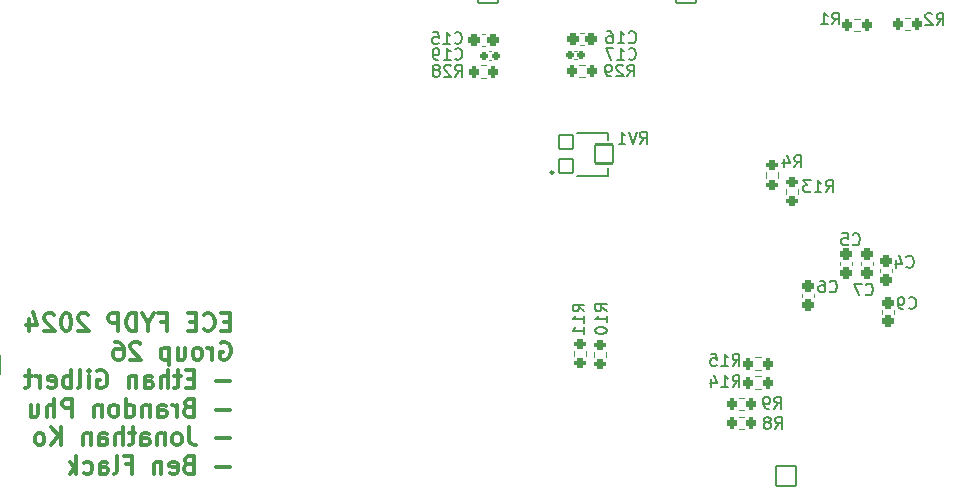
<source format=gbo>
G04 #@! TF.GenerationSoftware,KiCad,Pcbnew,7.0.7*
G04 #@! TF.CreationDate,2023-12-18T21:05:11-05:00*
G04 #@! TF.ProjectId,motor_board_pcb,6d6f746f-725f-4626-9f61-72645f706362,rev?*
G04 #@! TF.SameCoordinates,Original*
G04 #@! TF.FileFunction,Legend,Bot*
G04 #@! TF.FilePolarity,Positive*
%FSLAX46Y46*%
G04 Gerber Fmt 4.6, Leading zero omitted, Abs format (unit mm)*
G04 Created by KiCad (PCBNEW 7.0.7) date 2023-12-18 21:05:11*
%MOMM*%
%LPD*%
G01*
G04 APERTURE LIST*
G04 Aperture macros list*
%AMRoundRect*
0 Rectangle with rounded corners*
0 $1 Rounding radius*
0 $2 $3 $4 $5 $6 $7 $8 $9 X,Y pos of 4 corners*
0 Add a 4 corners polygon primitive as box body*
4,1,4,$2,$3,$4,$5,$6,$7,$8,$9,$2,$3,0*
0 Add four circle primitives for the rounded corners*
1,1,$1+$1,$2,$3*
1,1,$1+$1,$4,$5*
1,1,$1+$1,$6,$7*
1,1,$1+$1,$8,$9*
0 Add four rect primitives between the rounded corners*
20,1,$1+$1,$2,$3,$4,$5,0*
20,1,$1+$1,$4,$5,$6,$7,0*
20,1,$1+$1,$6,$7,$8,$9,0*
20,1,$1+$1,$8,$9,$2,$3,0*%
G04 Aperture macros list end*
%ADD10C,0.300000*%
%ADD11C,0.160000*%
%ADD12C,0.127000*%
%ADD13C,0.240000*%
%ADD14C,0.120000*%
%ADD15RoundRect,0.050000X0.850000X0.850000X-0.850000X0.850000X-0.850000X-0.850000X0.850000X-0.850000X0*%
%ADD16O,1.800000X1.800000*%
%ADD17C,1.600000*%
%ADD18C,2.100000*%
%ADD19RoundRect,0.050000X-0.850000X0.850000X-0.850000X-0.850000X0.850000X-0.850000X0.850000X0.850000X0*%
%ADD20O,1.000000X2.100000*%
%ADD21RoundRect,0.050000X0.850000X-0.850000X0.850000X0.850000X-0.850000X0.850000X-0.850000X-0.850000X0*%
%ADD22RoundRect,0.102000X-0.600000X-0.600000X0.600000X-0.600000X0.600000X0.600000X-0.600000X0.600000X0*%
%ADD23RoundRect,0.102000X0.750000X-0.800000X0.750000X0.800000X-0.750000X0.800000X-0.750000X-0.800000X0*%
%ADD24RoundRect,0.275000X0.250000X-0.225000X0.250000X0.225000X-0.250000X0.225000X-0.250000X-0.225000X0*%
%ADD25RoundRect,0.250000X0.275000X-0.200000X0.275000X0.200000X-0.275000X0.200000X-0.275000X-0.200000X0*%
%ADD26RoundRect,0.275000X-0.225000X-0.250000X0.225000X-0.250000X0.225000X0.250000X-0.225000X0.250000X0*%
%ADD27RoundRect,0.275000X0.225000X0.250000X-0.225000X0.250000X-0.225000X-0.250000X0.225000X-0.250000X0*%
%ADD28RoundRect,0.190000X-0.140000X-0.170000X0.140000X-0.170000X0.140000X0.170000X-0.140000X0.170000X0*%
%ADD29RoundRect,0.250000X0.200000X0.275000X-0.200000X0.275000X-0.200000X-0.275000X0.200000X-0.275000X0*%
%ADD30RoundRect,0.250000X-0.200000X-0.275000X0.200000X-0.275000X0.200000X0.275000X-0.200000X0.275000X0*%
%ADD31RoundRect,0.275000X-0.250000X0.225000X-0.250000X-0.225000X0.250000X-0.225000X0.250000X0.225000X0*%
%ADD32RoundRect,0.190000X0.140000X0.170000X-0.140000X0.170000X-0.140000X-0.170000X0.140000X-0.170000X0*%
G04 APERTURE END LIST*
D10*
X115575489Y-87930114D02*
X115075489Y-87930114D01*
X114861203Y-88715828D02*
X115575489Y-88715828D01*
X115575489Y-88715828D02*
X115575489Y-87215828D01*
X115575489Y-87215828D02*
X114861203Y-87215828D01*
X113361203Y-88572971D02*
X113432631Y-88644400D01*
X113432631Y-88644400D02*
X113646917Y-88715828D01*
X113646917Y-88715828D02*
X113789774Y-88715828D01*
X113789774Y-88715828D02*
X114004060Y-88644400D01*
X114004060Y-88644400D02*
X114146917Y-88501542D01*
X114146917Y-88501542D02*
X114218346Y-88358685D01*
X114218346Y-88358685D02*
X114289774Y-88072971D01*
X114289774Y-88072971D02*
X114289774Y-87858685D01*
X114289774Y-87858685D02*
X114218346Y-87572971D01*
X114218346Y-87572971D02*
X114146917Y-87430114D01*
X114146917Y-87430114D02*
X114004060Y-87287257D01*
X114004060Y-87287257D02*
X113789774Y-87215828D01*
X113789774Y-87215828D02*
X113646917Y-87215828D01*
X113646917Y-87215828D02*
X113432631Y-87287257D01*
X113432631Y-87287257D02*
X113361203Y-87358685D01*
X112718346Y-87930114D02*
X112218346Y-87930114D01*
X112004060Y-88715828D02*
X112718346Y-88715828D01*
X112718346Y-88715828D02*
X112718346Y-87215828D01*
X112718346Y-87215828D02*
X112004060Y-87215828D01*
X109718346Y-87930114D02*
X110218346Y-87930114D01*
X110218346Y-88715828D02*
X110218346Y-87215828D01*
X110218346Y-87215828D02*
X109504060Y-87215828D01*
X108646917Y-88001542D02*
X108646917Y-88715828D01*
X109146917Y-87215828D02*
X108646917Y-88001542D01*
X108646917Y-88001542D02*
X108146917Y-87215828D01*
X107646918Y-88715828D02*
X107646918Y-87215828D01*
X107646918Y-87215828D02*
X107289775Y-87215828D01*
X107289775Y-87215828D02*
X107075489Y-87287257D01*
X107075489Y-87287257D02*
X106932632Y-87430114D01*
X106932632Y-87430114D02*
X106861203Y-87572971D01*
X106861203Y-87572971D02*
X106789775Y-87858685D01*
X106789775Y-87858685D02*
X106789775Y-88072971D01*
X106789775Y-88072971D02*
X106861203Y-88358685D01*
X106861203Y-88358685D02*
X106932632Y-88501542D01*
X106932632Y-88501542D02*
X107075489Y-88644400D01*
X107075489Y-88644400D02*
X107289775Y-88715828D01*
X107289775Y-88715828D02*
X107646918Y-88715828D01*
X106146918Y-88715828D02*
X106146918Y-87215828D01*
X106146918Y-87215828D02*
X105575489Y-87215828D01*
X105575489Y-87215828D02*
X105432632Y-87287257D01*
X105432632Y-87287257D02*
X105361203Y-87358685D01*
X105361203Y-87358685D02*
X105289775Y-87501542D01*
X105289775Y-87501542D02*
X105289775Y-87715828D01*
X105289775Y-87715828D02*
X105361203Y-87858685D01*
X105361203Y-87858685D02*
X105432632Y-87930114D01*
X105432632Y-87930114D02*
X105575489Y-88001542D01*
X105575489Y-88001542D02*
X106146918Y-88001542D01*
X103575489Y-87358685D02*
X103504061Y-87287257D01*
X103504061Y-87287257D02*
X103361204Y-87215828D01*
X103361204Y-87215828D02*
X103004061Y-87215828D01*
X103004061Y-87215828D02*
X102861204Y-87287257D01*
X102861204Y-87287257D02*
X102789775Y-87358685D01*
X102789775Y-87358685D02*
X102718346Y-87501542D01*
X102718346Y-87501542D02*
X102718346Y-87644400D01*
X102718346Y-87644400D02*
X102789775Y-87858685D01*
X102789775Y-87858685D02*
X103646918Y-88715828D01*
X103646918Y-88715828D02*
X102718346Y-88715828D01*
X101789775Y-87215828D02*
X101646918Y-87215828D01*
X101646918Y-87215828D02*
X101504061Y-87287257D01*
X101504061Y-87287257D02*
X101432633Y-87358685D01*
X101432633Y-87358685D02*
X101361204Y-87501542D01*
X101361204Y-87501542D02*
X101289775Y-87787257D01*
X101289775Y-87787257D02*
X101289775Y-88144400D01*
X101289775Y-88144400D02*
X101361204Y-88430114D01*
X101361204Y-88430114D02*
X101432633Y-88572971D01*
X101432633Y-88572971D02*
X101504061Y-88644400D01*
X101504061Y-88644400D02*
X101646918Y-88715828D01*
X101646918Y-88715828D02*
X101789775Y-88715828D01*
X101789775Y-88715828D02*
X101932633Y-88644400D01*
X101932633Y-88644400D02*
X102004061Y-88572971D01*
X102004061Y-88572971D02*
X102075490Y-88430114D01*
X102075490Y-88430114D02*
X102146918Y-88144400D01*
X102146918Y-88144400D02*
X102146918Y-87787257D01*
X102146918Y-87787257D02*
X102075490Y-87501542D01*
X102075490Y-87501542D02*
X102004061Y-87358685D01*
X102004061Y-87358685D02*
X101932633Y-87287257D01*
X101932633Y-87287257D02*
X101789775Y-87215828D01*
X100718347Y-87358685D02*
X100646919Y-87287257D01*
X100646919Y-87287257D02*
X100504062Y-87215828D01*
X100504062Y-87215828D02*
X100146919Y-87215828D01*
X100146919Y-87215828D02*
X100004062Y-87287257D01*
X100004062Y-87287257D02*
X99932633Y-87358685D01*
X99932633Y-87358685D02*
X99861204Y-87501542D01*
X99861204Y-87501542D02*
X99861204Y-87644400D01*
X99861204Y-87644400D02*
X99932633Y-87858685D01*
X99932633Y-87858685D02*
X100789776Y-88715828D01*
X100789776Y-88715828D02*
X99861204Y-88715828D01*
X98575491Y-87715828D02*
X98575491Y-88715828D01*
X98932633Y-87144400D02*
X99289776Y-88215828D01*
X99289776Y-88215828D02*
X98361205Y-88215828D01*
X114789774Y-89702257D02*
X114932632Y-89630828D01*
X114932632Y-89630828D02*
X115146917Y-89630828D01*
X115146917Y-89630828D02*
X115361203Y-89702257D01*
X115361203Y-89702257D02*
X115504060Y-89845114D01*
X115504060Y-89845114D02*
X115575489Y-89987971D01*
X115575489Y-89987971D02*
X115646917Y-90273685D01*
X115646917Y-90273685D02*
X115646917Y-90487971D01*
X115646917Y-90487971D02*
X115575489Y-90773685D01*
X115575489Y-90773685D02*
X115504060Y-90916542D01*
X115504060Y-90916542D02*
X115361203Y-91059400D01*
X115361203Y-91059400D02*
X115146917Y-91130828D01*
X115146917Y-91130828D02*
X115004060Y-91130828D01*
X115004060Y-91130828D02*
X114789774Y-91059400D01*
X114789774Y-91059400D02*
X114718346Y-90987971D01*
X114718346Y-90987971D02*
X114718346Y-90487971D01*
X114718346Y-90487971D02*
X115004060Y-90487971D01*
X114075489Y-91130828D02*
X114075489Y-90130828D01*
X114075489Y-90416542D02*
X114004060Y-90273685D01*
X114004060Y-90273685D02*
X113932632Y-90202257D01*
X113932632Y-90202257D02*
X113789774Y-90130828D01*
X113789774Y-90130828D02*
X113646917Y-90130828D01*
X112932632Y-91130828D02*
X113075489Y-91059400D01*
X113075489Y-91059400D02*
X113146918Y-90987971D01*
X113146918Y-90987971D02*
X113218346Y-90845114D01*
X113218346Y-90845114D02*
X113218346Y-90416542D01*
X113218346Y-90416542D02*
X113146918Y-90273685D01*
X113146918Y-90273685D02*
X113075489Y-90202257D01*
X113075489Y-90202257D02*
X112932632Y-90130828D01*
X112932632Y-90130828D02*
X112718346Y-90130828D01*
X112718346Y-90130828D02*
X112575489Y-90202257D01*
X112575489Y-90202257D02*
X112504061Y-90273685D01*
X112504061Y-90273685D02*
X112432632Y-90416542D01*
X112432632Y-90416542D02*
X112432632Y-90845114D01*
X112432632Y-90845114D02*
X112504061Y-90987971D01*
X112504061Y-90987971D02*
X112575489Y-91059400D01*
X112575489Y-91059400D02*
X112718346Y-91130828D01*
X112718346Y-91130828D02*
X112932632Y-91130828D01*
X111146918Y-90130828D02*
X111146918Y-91130828D01*
X111789775Y-90130828D02*
X111789775Y-90916542D01*
X111789775Y-90916542D02*
X111718346Y-91059400D01*
X111718346Y-91059400D02*
X111575489Y-91130828D01*
X111575489Y-91130828D02*
X111361203Y-91130828D01*
X111361203Y-91130828D02*
X111218346Y-91059400D01*
X111218346Y-91059400D02*
X111146918Y-90987971D01*
X110432632Y-90130828D02*
X110432632Y-91630828D01*
X110432632Y-90202257D02*
X110289775Y-90130828D01*
X110289775Y-90130828D02*
X110004060Y-90130828D01*
X110004060Y-90130828D02*
X109861203Y-90202257D01*
X109861203Y-90202257D02*
X109789775Y-90273685D01*
X109789775Y-90273685D02*
X109718346Y-90416542D01*
X109718346Y-90416542D02*
X109718346Y-90845114D01*
X109718346Y-90845114D02*
X109789775Y-90987971D01*
X109789775Y-90987971D02*
X109861203Y-91059400D01*
X109861203Y-91059400D02*
X110004060Y-91130828D01*
X110004060Y-91130828D02*
X110289775Y-91130828D01*
X110289775Y-91130828D02*
X110432632Y-91059400D01*
X108004060Y-89773685D02*
X107932632Y-89702257D01*
X107932632Y-89702257D02*
X107789775Y-89630828D01*
X107789775Y-89630828D02*
X107432632Y-89630828D01*
X107432632Y-89630828D02*
X107289775Y-89702257D01*
X107289775Y-89702257D02*
X107218346Y-89773685D01*
X107218346Y-89773685D02*
X107146917Y-89916542D01*
X107146917Y-89916542D02*
X107146917Y-90059400D01*
X107146917Y-90059400D02*
X107218346Y-90273685D01*
X107218346Y-90273685D02*
X108075489Y-91130828D01*
X108075489Y-91130828D02*
X107146917Y-91130828D01*
X105861204Y-89630828D02*
X106146918Y-89630828D01*
X106146918Y-89630828D02*
X106289775Y-89702257D01*
X106289775Y-89702257D02*
X106361204Y-89773685D01*
X106361204Y-89773685D02*
X106504061Y-89987971D01*
X106504061Y-89987971D02*
X106575489Y-90273685D01*
X106575489Y-90273685D02*
X106575489Y-90845114D01*
X106575489Y-90845114D02*
X106504061Y-90987971D01*
X106504061Y-90987971D02*
X106432632Y-91059400D01*
X106432632Y-91059400D02*
X106289775Y-91130828D01*
X106289775Y-91130828D02*
X106004061Y-91130828D01*
X106004061Y-91130828D02*
X105861204Y-91059400D01*
X105861204Y-91059400D02*
X105789775Y-90987971D01*
X105789775Y-90987971D02*
X105718346Y-90845114D01*
X105718346Y-90845114D02*
X105718346Y-90487971D01*
X105718346Y-90487971D02*
X105789775Y-90345114D01*
X105789775Y-90345114D02*
X105861204Y-90273685D01*
X105861204Y-90273685D02*
X106004061Y-90202257D01*
X106004061Y-90202257D02*
X106289775Y-90202257D01*
X106289775Y-90202257D02*
X106432632Y-90273685D01*
X106432632Y-90273685D02*
X106504061Y-90345114D01*
X106504061Y-90345114D02*
X106575489Y-90487971D01*
X115575489Y-92974400D02*
X114432632Y-92974400D01*
X112575489Y-92760114D02*
X112075489Y-92760114D01*
X111861203Y-93545828D02*
X112575489Y-93545828D01*
X112575489Y-93545828D02*
X112575489Y-92045828D01*
X112575489Y-92045828D02*
X111861203Y-92045828D01*
X111432631Y-92545828D02*
X110861203Y-92545828D01*
X111218346Y-92045828D02*
X111218346Y-93331542D01*
X111218346Y-93331542D02*
X111146917Y-93474400D01*
X111146917Y-93474400D02*
X111004060Y-93545828D01*
X111004060Y-93545828D02*
X110861203Y-93545828D01*
X110361203Y-93545828D02*
X110361203Y-92045828D01*
X109718346Y-93545828D02*
X109718346Y-92760114D01*
X109718346Y-92760114D02*
X109789774Y-92617257D01*
X109789774Y-92617257D02*
X109932631Y-92545828D01*
X109932631Y-92545828D02*
X110146917Y-92545828D01*
X110146917Y-92545828D02*
X110289774Y-92617257D01*
X110289774Y-92617257D02*
X110361203Y-92688685D01*
X108361203Y-93545828D02*
X108361203Y-92760114D01*
X108361203Y-92760114D02*
X108432631Y-92617257D01*
X108432631Y-92617257D02*
X108575488Y-92545828D01*
X108575488Y-92545828D02*
X108861203Y-92545828D01*
X108861203Y-92545828D02*
X109004060Y-92617257D01*
X108361203Y-93474400D02*
X108504060Y-93545828D01*
X108504060Y-93545828D02*
X108861203Y-93545828D01*
X108861203Y-93545828D02*
X109004060Y-93474400D01*
X109004060Y-93474400D02*
X109075488Y-93331542D01*
X109075488Y-93331542D02*
X109075488Y-93188685D01*
X109075488Y-93188685D02*
X109004060Y-93045828D01*
X109004060Y-93045828D02*
X108861203Y-92974400D01*
X108861203Y-92974400D02*
X108504060Y-92974400D01*
X108504060Y-92974400D02*
X108361203Y-92902971D01*
X107646917Y-92545828D02*
X107646917Y-93545828D01*
X107646917Y-92688685D02*
X107575488Y-92617257D01*
X107575488Y-92617257D02*
X107432631Y-92545828D01*
X107432631Y-92545828D02*
X107218345Y-92545828D01*
X107218345Y-92545828D02*
X107075488Y-92617257D01*
X107075488Y-92617257D02*
X107004060Y-92760114D01*
X107004060Y-92760114D02*
X107004060Y-93545828D01*
X104361202Y-92117257D02*
X104504060Y-92045828D01*
X104504060Y-92045828D02*
X104718345Y-92045828D01*
X104718345Y-92045828D02*
X104932631Y-92117257D01*
X104932631Y-92117257D02*
X105075488Y-92260114D01*
X105075488Y-92260114D02*
X105146917Y-92402971D01*
X105146917Y-92402971D02*
X105218345Y-92688685D01*
X105218345Y-92688685D02*
X105218345Y-92902971D01*
X105218345Y-92902971D02*
X105146917Y-93188685D01*
X105146917Y-93188685D02*
X105075488Y-93331542D01*
X105075488Y-93331542D02*
X104932631Y-93474400D01*
X104932631Y-93474400D02*
X104718345Y-93545828D01*
X104718345Y-93545828D02*
X104575488Y-93545828D01*
X104575488Y-93545828D02*
X104361202Y-93474400D01*
X104361202Y-93474400D02*
X104289774Y-93402971D01*
X104289774Y-93402971D02*
X104289774Y-92902971D01*
X104289774Y-92902971D02*
X104575488Y-92902971D01*
X103646917Y-93545828D02*
X103646917Y-92545828D01*
X103646917Y-92045828D02*
X103718345Y-92117257D01*
X103718345Y-92117257D02*
X103646917Y-92188685D01*
X103646917Y-92188685D02*
X103575488Y-92117257D01*
X103575488Y-92117257D02*
X103646917Y-92045828D01*
X103646917Y-92045828D02*
X103646917Y-92188685D01*
X102718345Y-93545828D02*
X102861202Y-93474400D01*
X102861202Y-93474400D02*
X102932631Y-93331542D01*
X102932631Y-93331542D02*
X102932631Y-92045828D01*
X102146917Y-93545828D02*
X102146917Y-92045828D01*
X102146917Y-92617257D02*
X102004060Y-92545828D01*
X102004060Y-92545828D02*
X101718345Y-92545828D01*
X101718345Y-92545828D02*
X101575488Y-92617257D01*
X101575488Y-92617257D02*
X101504060Y-92688685D01*
X101504060Y-92688685D02*
X101432631Y-92831542D01*
X101432631Y-92831542D02*
X101432631Y-93260114D01*
X101432631Y-93260114D02*
X101504060Y-93402971D01*
X101504060Y-93402971D02*
X101575488Y-93474400D01*
X101575488Y-93474400D02*
X101718345Y-93545828D01*
X101718345Y-93545828D02*
X102004060Y-93545828D01*
X102004060Y-93545828D02*
X102146917Y-93474400D01*
X100218345Y-93474400D02*
X100361202Y-93545828D01*
X100361202Y-93545828D02*
X100646917Y-93545828D01*
X100646917Y-93545828D02*
X100789774Y-93474400D01*
X100789774Y-93474400D02*
X100861202Y-93331542D01*
X100861202Y-93331542D02*
X100861202Y-92760114D01*
X100861202Y-92760114D02*
X100789774Y-92617257D01*
X100789774Y-92617257D02*
X100646917Y-92545828D01*
X100646917Y-92545828D02*
X100361202Y-92545828D01*
X100361202Y-92545828D02*
X100218345Y-92617257D01*
X100218345Y-92617257D02*
X100146917Y-92760114D01*
X100146917Y-92760114D02*
X100146917Y-92902971D01*
X100146917Y-92902971D02*
X100861202Y-93045828D01*
X99504060Y-93545828D02*
X99504060Y-92545828D01*
X99504060Y-92831542D02*
X99432631Y-92688685D01*
X99432631Y-92688685D02*
X99361203Y-92617257D01*
X99361203Y-92617257D02*
X99218345Y-92545828D01*
X99218345Y-92545828D02*
X99075488Y-92545828D01*
X98789774Y-92545828D02*
X98218346Y-92545828D01*
X98575489Y-92045828D02*
X98575489Y-93331542D01*
X98575489Y-93331542D02*
X98504060Y-93474400D01*
X98504060Y-93474400D02*
X98361203Y-93545828D01*
X98361203Y-93545828D02*
X98218346Y-93545828D01*
X115575489Y-95389400D02*
X114432632Y-95389400D01*
X112075489Y-95175114D02*
X111861203Y-95246542D01*
X111861203Y-95246542D02*
X111789774Y-95317971D01*
X111789774Y-95317971D02*
X111718346Y-95460828D01*
X111718346Y-95460828D02*
X111718346Y-95675114D01*
X111718346Y-95675114D02*
X111789774Y-95817971D01*
X111789774Y-95817971D02*
X111861203Y-95889400D01*
X111861203Y-95889400D02*
X112004060Y-95960828D01*
X112004060Y-95960828D02*
X112575489Y-95960828D01*
X112575489Y-95960828D02*
X112575489Y-94460828D01*
X112575489Y-94460828D02*
X112075489Y-94460828D01*
X112075489Y-94460828D02*
X111932632Y-94532257D01*
X111932632Y-94532257D02*
X111861203Y-94603685D01*
X111861203Y-94603685D02*
X111789774Y-94746542D01*
X111789774Y-94746542D02*
X111789774Y-94889400D01*
X111789774Y-94889400D02*
X111861203Y-95032257D01*
X111861203Y-95032257D02*
X111932632Y-95103685D01*
X111932632Y-95103685D02*
X112075489Y-95175114D01*
X112075489Y-95175114D02*
X112575489Y-95175114D01*
X111075489Y-95960828D02*
X111075489Y-94960828D01*
X111075489Y-95246542D02*
X111004060Y-95103685D01*
X111004060Y-95103685D02*
X110932632Y-95032257D01*
X110932632Y-95032257D02*
X110789774Y-94960828D01*
X110789774Y-94960828D02*
X110646917Y-94960828D01*
X109504061Y-95960828D02*
X109504061Y-95175114D01*
X109504061Y-95175114D02*
X109575489Y-95032257D01*
X109575489Y-95032257D02*
X109718346Y-94960828D01*
X109718346Y-94960828D02*
X110004061Y-94960828D01*
X110004061Y-94960828D02*
X110146918Y-95032257D01*
X109504061Y-95889400D02*
X109646918Y-95960828D01*
X109646918Y-95960828D02*
X110004061Y-95960828D01*
X110004061Y-95960828D02*
X110146918Y-95889400D01*
X110146918Y-95889400D02*
X110218346Y-95746542D01*
X110218346Y-95746542D02*
X110218346Y-95603685D01*
X110218346Y-95603685D02*
X110146918Y-95460828D01*
X110146918Y-95460828D02*
X110004061Y-95389400D01*
X110004061Y-95389400D02*
X109646918Y-95389400D01*
X109646918Y-95389400D02*
X109504061Y-95317971D01*
X108789775Y-94960828D02*
X108789775Y-95960828D01*
X108789775Y-95103685D02*
X108718346Y-95032257D01*
X108718346Y-95032257D02*
X108575489Y-94960828D01*
X108575489Y-94960828D02*
X108361203Y-94960828D01*
X108361203Y-94960828D02*
X108218346Y-95032257D01*
X108218346Y-95032257D02*
X108146918Y-95175114D01*
X108146918Y-95175114D02*
X108146918Y-95960828D01*
X106789775Y-95960828D02*
X106789775Y-94460828D01*
X106789775Y-95889400D02*
X106932632Y-95960828D01*
X106932632Y-95960828D02*
X107218346Y-95960828D01*
X107218346Y-95960828D02*
X107361203Y-95889400D01*
X107361203Y-95889400D02*
X107432632Y-95817971D01*
X107432632Y-95817971D02*
X107504060Y-95675114D01*
X107504060Y-95675114D02*
X107504060Y-95246542D01*
X107504060Y-95246542D02*
X107432632Y-95103685D01*
X107432632Y-95103685D02*
X107361203Y-95032257D01*
X107361203Y-95032257D02*
X107218346Y-94960828D01*
X107218346Y-94960828D02*
X106932632Y-94960828D01*
X106932632Y-94960828D02*
X106789775Y-95032257D01*
X105861203Y-95960828D02*
X106004060Y-95889400D01*
X106004060Y-95889400D02*
X106075489Y-95817971D01*
X106075489Y-95817971D02*
X106146917Y-95675114D01*
X106146917Y-95675114D02*
X106146917Y-95246542D01*
X106146917Y-95246542D02*
X106075489Y-95103685D01*
X106075489Y-95103685D02*
X106004060Y-95032257D01*
X106004060Y-95032257D02*
X105861203Y-94960828D01*
X105861203Y-94960828D02*
X105646917Y-94960828D01*
X105646917Y-94960828D02*
X105504060Y-95032257D01*
X105504060Y-95032257D02*
X105432632Y-95103685D01*
X105432632Y-95103685D02*
X105361203Y-95246542D01*
X105361203Y-95246542D02*
X105361203Y-95675114D01*
X105361203Y-95675114D02*
X105432632Y-95817971D01*
X105432632Y-95817971D02*
X105504060Y-95889400D01*
X105504060Y-95889400D02*
X105646917Y-95960828D01*
X105646917Y-95960828D02*
X105861203Y-95960828D01*
X104718346Y-94960828D02*
X104718346Y-95960828D01*
X104718346Y-95103685D02*
X104646917Y-95032257D01*
X104646917Y-95032257D02*
X104504060Y-94960828D01*
X104504060Y-94960828D02*
X104289774Y-94960828D01*
X104289774Y-94960828D02*
X104146917Y-95032257D01*
X104146917Y-95032257D02*
X104075489Y-95175114D01*
X104075489Y-95175114D02*
X104075489Y-95960828D01*
X102218346Y-95960828D02*
X102218346Y-94460828D01*
X102218346Y-94460828D02*
X101646917Y-94460828D01*
X101646917Y-94460828D02*
X101504060Y-94532257D01*
X101504060Y-94532257D02*
X101432631Y-94603685D01*
X101432631Y-94603685D02*
X101361203Y-94746542D01*
X101361203Y-94746542D02*
X101361203Y-94960828D01*
X101361203Y-94960828D02*
X101432631Y-95103685D01*
X101432631Y-95103685D02*
X101504060Y-95175114D01*
X101504060Y-95175114D02*
X101646917Y-95246542D01*
X101646917Y-95246542D02*
X102218346Y-95246542D01*
X100718346Y-95960828D02*
X100718346Y-94460828D01*
X100075489Y-95960828D02*
X100075489Y-95175114D01*
X100075489Y-95175114D02*
X100146917Y-95032257D01*
X100146917Y-95032257D02*
X100289774Y-94960828D01*
X100289774Y-94960828D02*
X100504060Y-94960828D01*
X100504060Y-94960828D02*
X100646917Y-95032257D01*
X100646917Y-95032257D02*
X100718346Y-95103685D01*
X98718346Y-94960828D02*
X98718346Y-95960828D01*
X99361203Y-94960828D02*
X99361203Y-95746542D01*
X99361203Y-95746542D02*
X99289774Y-95889400D01*
X99289774Y-95889400D02*
X99146917Y-95960828D01*
X99146917Y-95960828D02*
X98932631Y-95960828D01*
X98932631Y-95960828D02*
X98789774Y-95889400D01*
X98789774Y-95889400D02*
X98718346Y-95817971D01*
X115575489Y-97804400D02*
X114432632Y-97804400D01*
X112146917Y-96875828D02*
X112146917Y-97947257D01*
X112146917Y-97947257D02*
X112218346Y-98161542D01*
X112218346Y-98161542D02*
X112361203Y-98304400D01*
X112361203Y-98304400D02*
X112575489Y-98375828D01*
X112575489Y-98375828D02*
X112718346Y-98375828D01*
X111218346Y-98375828D02*
X111361203Y-98304400D01*
X111361203Y-98304400D02*
X111432632Y-98232971D01*
X111432632Y-98232971D02*
X111504060Y-98090114D01*
X111504060Y-98090114D02*
X111504060Y-97661542D01*
X111504060Y-97661542D02*
X111432632Y-97518685D01*
X111432632Y-97518685D02*
X111361203Y-97447257D01*
X111361203Y-97447257D02*
X111218346Y-97375828D01*
X111218346Y-97375828D02*
X111004060Y-97375828D01*
X111004060Y-97375828D02*
X110861203Y-97447257D01*
X110861203Y-97447257D02*
X110789775Y-97518685D01*
X110789775Y-97518685D02*
X110718346Y-97661542D01*
X110718346Y-97661542D02*
X110718346Y-98090114D01*
X110718346Y-98090114D02*
X110789775Y-98232971D01*
X110789775Y-98232971D02*
X110861203Y-98304400D01*
X110861203Y-98304400D02*
X111004060Y-98375828D01*
X111004060Y-98375828D02*
X111218346Y-98375828D01*
X110075489Y-97375828D02*
X110075489Y-98375828D01*
X110075489Y-97518685D02*
X110004060Y-97447257D01*
X110004060Y-97447257D02*
X109861203Y-97375828D01*
X109861203Y-97375828D02*
X109646917Y-97375828D01*
X109646917Y-97375828D02*
X109504060Y-97447257D01*
X109504060Y-97447257D02*
X109432632Y-97590114D01*
X109432632Y-97590114D02*
X109432632Y-98375828D01*
X108075489Y-98375828D02*
X108075489Y-97590114D01*
X108075489Y-97590114D02*
X108146917Y-97447257D01*
X108146917Y-97447257D02*
X108289774Y-97375828D01*
X108289774Y-97375828D02*
X108575489Y-97375828D01*
X108575489Y-97375828D02*
X108718346Y-97447257D01*
X108075489Y-98304400D02*
X108218346Y-98375828D01*
X108218346Y-98375828D02*
X108575489Y-98375828D01*
X108575489Y-98375828D02*
X108718346Y-98304400D01*
X108718346Y-98304400D02*
X108789774Y-98161542D01*
X108789774Y-98161542D02*
X108789774Y-98018685D01*
X108789774Y-98018685D02*
X108718346Y-97875828D01*
X108718346Y-97875828D02*
X108575489Y-97804400D01*
X108575489Y-97804400D02*
X108218346Y-97804400D01*
X108218346Y-97804400D02*
X108075489Y-97732971D01*
X107575488Y-97375828D02*
X107004060Y-97375828D01*
X107361203Y-96875828D02*
X107361203Y-98161542D01*
X107361203Y-98161542D02*
X107289774Y-98304400D01*
X107289774Y-98304400D02*
X107146917Y-98375828D01*
X107146917Y-98375828D02*
X107004060Y-98375828D01*
X106504060Y-98375828D02*
X106504060Y-96875828D01*
X105861203Y-98375828D02*
X105861203Y-97590114D01*
X105861203Y-97590114D02*
X105932631Y-97447257D01*
X105932631Y-97447257D02*
X106075488Y-97375828D01*
X106075488Y-97375828D02*
X106289774Y-97375828D01*
X106289774Y-97375828D02*
X106432631Y-97447257D01*
X106432631Y-97447257D02*
X106504060Y-97518685D01*
X104504060Y-98375828D02*
X104504060Y-97590114D01*
X104504060Y-97590114D02*
X104575488Y-97447257D01*
X104575488Y-97447257D02*
X104718345Y-97375828D01*
X104718345Y-97375828D02*
X105004060Y-97375828D01*
X105004060Y-97375828D02*
X105146917Y-97447257D01*
X104504060Y-98304400D02*
X104646917Y-98375828D01*
X104646917Y-98375828D02*
X105004060Y-98375828D01*
X105004060Y-98375828D02*
X105146917Y-98304400D01*
X105146917Y-98304400D02*
X105218345Y-98161542D01*
X105218345Y-98161542D02*
X105218345Y-98018685D01*
X105218345Y-98018685D02*
X105146917Y-97875828D01*
X105146917Y-97875828D02*
X105004060Y-97804400D01*
X105004060Y-97804400D02*
X104646917Y-97804400D01*
X104646917Y-97804400D02*
X104504060Y-97732971D01*
X103789774Y-97375828D02*
X103789774Y-98375828D01*
X103789774Y-97518685D02*
X103718345Y-97447257D01*
X103718345Y-97447257D02*
X103575488Y-97375828D01*
X103575488Y-97375828D02*
X103361202Y-97375828D01*
X103361202Y-97375828D02*
X103218345Y-97447257D01*
X103218345Y-97447257D02*
X103146917Y-97590114D01*
X103146917Y-97590114D02*
X103146917Y-98375828D01*
X101289774Y-98375828D02*
X101289774Y-96875828D01*
X100432631Y-98375828D02*
X101075488Y-97518685D01*
X100432631Y-96875828D02*
X101289774Y-97732971D01*
X99575488Y-98375828D02*
X99718345Y-98304400D01*
X99718345Y-98304400D02*
X99789774Y-98232971D01*
X99789774Y-98232971D02*
X99861202Y-98090114D01*
X99861202Y-98090114D02*
X99861202Y-97661542D01*
X99861202Y-97661542D02*
X99789774Y-97518685D01*
X99789774Y-97518685D02*
X99718345Y-97447257D01*
X99718345Y-97447257D02*
X99575488Y-97375828D01*
X99575488Y-97375828D02*
X99361202Y-97375828D01*
X99361202Y-97375828D02*
X99218345Y-97447257D01*
X99218345Y-97447257D02*
X99146917Y-97518685D01*
X99146917Y-97518685D02*
X99075488Y-97661542D01*
X99075488Y-97661542D02*
X99075488Y-98090114D01*
X99075488Y-98090114D02*
X99146917Y-98232971D01*
X99146917Y-98232971D02*
X99218345Y-98304400D01*
X99218345Y-98304400D02*
X99361202Y-98375828D01*
X99361202Y-98375828D02*
X99575488Y-98375828D01*
X115575489Y-100219400D02*
X114432632Y-100219400D01*
X112075489Y-100005114D02*
X111861203Y-100076542D01*
X111861203Y-100076542D02*
X111789774Y-100147971D01*
X111789774Y-100147971D02*
X111718346Y-100290828D01*
X111718346Y-100290828D02*
X111718346Y-100505114D01*
X111718346Y-100505114D02*
X111789774Y-100647971D01*
X111789774Y-100647971D02*
X111861203Y-100719400D01*
X111861203Y-100719400D02*
X112004060Y-100790828D01*
X112004060Y-100790828D02*
X112575489Y-100790828D01*
X112575489Y-100790828D02*
X112575489Y-99290828D01*
X112575489Y-99290828D02*
X112075489Y-99290828D01*
X112075489Y-99290828D02*
X111932632Y-99362257D01*
X111932632Y-99362257D02*
X111861203Y-99433685D01*
X111861203Y-99433685D02*
X111789774Y-99576542D01*
X111789774Y-99576542D02*
X111789774Y-99719400D01*
X111789774Y-99719400D02*
X111861203Y-99862257D01*
X111861203Y-99862257D02*
X111932632Y-99933685D01*
X111932632Y-99933685D02*
X112075489Y-100005114D01*
X112075489Y-100005114D02*
X112575489Y-100005114D01*
X110504060Y-100719400D02*
X110646917Y-100790828D01*
X110646917Y-100790828D02*
X110932632Y-100790828D01*
X110932632Y-100790828D02*
X111075489Y-100719400D01*
X111075489Y-100719400D02*
X111146917Y-100576542D01*
X111146917Y-100576542D02*
X111146917Y-100005114D01*
X111146917Y-100005114D02*
X111075489Y-99862257D01*
X111075489Y-99862257D02*
X110932632Y-99790828D01*
X110932632Y-99790828D02*
X110646917Y-99790828D01*
X110646917Y-99790828D02*
X110504060Y-99862257D01*
X110504060Y-99862257D02*
X110432632Y-100005114D01*
X110432632Y-100005114D02*
X110432632Y-100147971D01*
X110432632Y-100147971D02*
X111146917Y-100290828D01*
X109789775Y-99790828D02*
X109789775Y-100790828D01*
X109789775Y-99933685D02*
X109718346Y-99862257D01*
X109718346Y-99862257D02*
X109575489Y-99790828D01*
X109575489Y-99790828D02*
X109361203Y-99790828D01*
X109361203Y-99790828D02*
X109218346Y-99862257D01*
X109218346Y-99862257D02*
X109146918Y-100005114D01*
X109146918Y-100005114D02*
X109146918Y-100790828D01*
X106789775Y-100005114D02*
X107289775Y-100005114D01*
X107289775Y-100790828D02*
X107289775Y-99290828D01*
X107289775Y-99290828D02*
X106575489Y-99290828D01*
X105789775Y-100790828D02*
X105932632Y-100719400D01*
X105932632Y-100719400D02*
X106004061Y-100576542D01*
X106004061Y-100576542D02*
X106004061Y-99290828D01*
X104575490Y-100790828D02*
X104575490Y-100005114D01*
X104575490Y-100005114D02*
X104646918Y-99862257D01*
X104646918Y-99862257D02*
X104789775Y-99790828D01*
X104789775Y-99790828D02*
X105075490Y-99790828D01*
X105075490Y-99790828D02*
X105218347Y-99862257D01*
X104575490Y-100719400D02*
X104718347Y-100790828D01*
X104718347Y-100790828D02*
X105075490Y-100790828D01*
X105075490Y-100790828D02*
X105218347Y-100719400D01*
X105218347Y-100719400D02*
X105289775Y-100576542D01*
X105289775Y-100576542D02*
X105289775Y-100433685D01*
X105289775Y-100433685D02*
X105218347Y-100290828D01*
X105218347Y-100290828D02*
X105075490Y-100219400D01*
X105075490Y-100219400D02*
X104718347Y-100219400D01*
X104718347Y-100219400D02*
X104575490Y-100147971D01*
X103218347Y-100719400D02*
X103361204Y-100790828D01*
X103361204Y-100790828D02*
X103646918Y-100790828D01*
X103646918Y-100790828D02*
X103789775Y-100719400D01*
X103789775Y-100719400D02*
X103861204Y-100647971D01*
X103861204Y-100647971D02*
X103932632Y-100505114D01*
X103932632Y-100505114D02*
X103932632Y-100076542D01*
X103932632Y-100076542D02*
X103861204Y-99933685D01*
X103861204Y-99933685D02*
X103789775Y-99862257D01*
X103789775Y-99862257D02*
X103646918Y-99790828D01*
X103646918Y-99790828D02*
X103361204Y-99790828D01*
X103361204Y-99790828D02*
X103218347Y-99862257D01*
X102575490Y-100790828D02*
X102575490Y-99290828D01*
X102432633Y-100219400D02*
X102004061Y-100790828D01*
X102004061Y-99790828D02*
X102575490Y-100362257D01*
D11*
X150295238Y-72854299D02*
X150628571Y-72378108D01*
X150866666Y-72854299D02*
X150866666Y-71854299D01*
X150866666Y-71854299D02*
X150485714Y-71854299D01*
X150485714Y-71854299D02*
X150390476Y-71901918D01*
X150390476Y-71901918D02*
X150342857Y-71949537D01*
X150342857Y-71949537D02*
X150295238Y-72044775D01*
X150295238Y-72044775D02*
X150295238Y-72187632D01*
X150295238Y-72187632D02*
X150342857Y-72282870D01*
X150342857Y-72282870D02*
X150390476Y-72330489D01*
X150390476Y-72330489D02*
X150485714Y-72378108D01*
X150485714Y-72378108D02*
X150866666Y-72378108D01*
X150009523Y-71854299D02*
X149676190Y-72854299D01*
X149676190Y-72854299D02*
X149342857Y-71854299D01*
X148485714Y-72854299D02*
X149057142Y-72854299D01*
X148771428Y-72854299D02*
X148771428Y-71854299D01*
X148771428Y-71854299D02*
X148866666Y-71997156D01*
X148866666Y-71997156D02*
X148961904Y-72092394D01*
X148961904Y-72092394D02*
X149057142Y-72140013D01*
X166366666Y-85359060D02*
X166414285Y-85406680D01*
X166414285Y-85406680D02*
X166557142Y-85454299D01*
X166557142Y-85454299D02*
X166652380Y-85454299D01*
X166652380Y-85454299D02*
X166795237Y-85406680D01*
X166795237Y-85406680D02*
X166890475Y-85311441D01*
X166890475Y-85311441D02*
X166938094Y-85216203D01*
X166938094Y-85216203D02*
X166985713Y-85025727D01*
X166985713Y-85025727D02*
X166985713Y-84882870D01*
X166985713Y-84882870D02*
X166938094Y-84692394D01*
X166938094Y-84692394D02*
X166890475Y-84597156D01*
X166890475Y-84597156D02*
X166795237Y-84501918D01*
X166795237Y-84501918D02*
X166652380Y-84454299D01*
X166652380Y-84454299D02*
X166557142Y-84454299D01*
X166557142Y-84454299D02*
X166414285Y-84501918D01*
X166414285Y-84501918D02*
X166366666Y-84549537D01*
X165509523Y-84454299D02*
X165699999Y-84454299D01*
X165699999Y-84454299D02*
X165795237Y-84501918D01*
X165795237Y-84501918D02*
X165842856Y-84549537D01*
X165842856Y-84549537D02*
X165938094Y-84692394D01*
X165938094Y-84692394D02*
X165985713Y-84882870D01*
X165985713Y-84882870D02*
X165985713Y-85263822D01*
X165985713Y-85263822D02*
X165938094Y-85359060D01*
X165938094Y-85359060D02*
X165890475Y-85406680D01*
X165890475Y-85406680D02*
X165795237Y-85454299D01*
X165795237Y-85454299D02*
X165604761Y-85454299D01*
X165604761Y-85454299D02*
X165509523Y-85406680D01*
X165509523Y-85406680D02*
X165461904Y-85359060D01*
X165461904Y-85359060D02*
X165414285Y-85263822D01*
X165414285Y-85263822D02*
X165414285Y-85025727D01*
X165414285Y-85025727D02*
X165461904Y-84930489D01*
X165461904Y-84930489D02*
X165509523Y-84882870D01*
X165509523Y-84882870D02*
X165604761Y-84835251D01*
X165604761Y-84835251D02*
X165795237Y-84835251D01*
X165795237Y-84835251D02*
X165890475Y-84882870D01*
X165890475Y-84882870D02*
X165938094Y-84930489D01*
X165938094Y-84930489D02*
X165985713Y-85025727D01*
X163366666Y-74854299D02*
X163699999Y-74378108D01*
X163938094Y-74854299D02*
X163938094Y-73854299D01*
X163938094Y-73854299D02*
X163557142Y-73854299D01*
X163557142Y-73854299D02*
X163461904Y-73901918D01*
X163461904Y-73901918D02*
X163414285Y-73949537D01*
X163414285Y-73949537D02*
X163366666Y-74044775D01*
X163366666Y-74044775D02*
X163366666Y-74187632D01*
X163366666Y-74187632D02*
X163414285Y-74282870D01*
X163414285Y-74282870D02*
X163461904Y-74330489D01*
X163461904Y-74330489D02*
X163557142Y-74378108D01*
X163557142Y-74378108D02*
X163938094Y-74378108D01*
X162509523Y-74187632D02*
X162509523Y-74854299D01*
X162747618Y-73806680D02*
X162985713Y-74520965D01*
X162985713Y-74520965D02*
X162366666Y-74520965D01*
X134613288Y-64325563D02*
X134660907Y-64373183D01*
X134660907Y-64373183D02*
X134803764Y-64420802D01*
X134803764Y-64420802D02*
X134899002Y-64420802D01*
X134899002Y-64420802D02*
X135041859Y-64373183D01*
X135041859Y-64373183D02*
X135137097Y-64277944D01*
X135137097Y-64277944D02*
X135184716Y-64182706D01*
X135184716Y-64182706D02*
X135232335Y-63992230D01*
X135232335Y-63992230D02*
X135232335Y-63849373D01*
X135232335Y-63849373D02*
X135184716Y-63658897D01*
X135184716Y-63658897D02*
X135137097Y-63563659D01*
X135137097Y-63563659D02*
X135041859Y-63468421D01*
X135041859Y-63468421D02*
X134899002Y-63420802D01*
X134899002Y-63420802D02*
X134803764Y-63420802D01*
X134803764Y-63420802D02*
X134660907Y-63468421D01*
X134660907Y-63468421D02*
X134613288Y-63516040D01*
X133660907Y-64420802D02*
X134232335Y-64420802D01*
X133946621Y-64420802D02*
X133946621Y-63420802D01*
X133946621Y-63420802D02*
X134041859Y-63563659D01*
X134041859Y-63563659D02*
X134137097Y-63658897D01*
X134137097Y-63658897D02*
X134232335Y-63706516D01*
X132756145Y-63420802D02*
X133232335Y-63420802D01*
X133232335Y-63420802D02*
X133279954Y-63896992D01*
X133279954Y-63896992D02*
X133232335Y-63849373D01*
X133232335Y-63849373D02*
X133137097Y-63801754D01*
X133137097Y-63801754D02*
X132899002Y-63801754D01*
X132899002Y-63801754D02*
X132803764Y-63849373D01*
X132803764Y-63849373D02*
X132756145Y-63896992D01*
X132756145Y-63896992D02*
X132708526Y-63992230D01*
X132708526Y-63992230D02*
X132708526Y-64230325D01*
X132708526Y-64230325D02*
X132756145Y-64325563D01*
X132756145Y-64325563D02*
X132803764Y-64373183D01*
X132803764Y-64373183D02*
X132899002Y-64420802D01*
X132899002Y-64420802D02*
X133137097Y-64420802D01*
X133137097Y-64420802D02*
X133232335Y-64373183D01*
X133232335Y-64373183D02*
X133279954Y-64325563D01*
X149357857Y-64259060D02*
X149405476Y-64306680D01*
X149405476Y-64306680D02*
X149548333Y-64354299D01*
X149548333Y-64354299D02*
X149643571Y-64354299D01*
X149643571Y-64354299D02*
X149786428Y-64306680D01*
X149786428Y-64306680D02*
X149881666Y-64211441D01*
X149881666Y-64211441D02*
X149929285Y-64116203D01*
X149929285Y-64116203D02*
X149976904Y-63925727D01*
X149976904Y-63925727D02*
X149976904Y-63782870D01*
X149976904Y-63782870D02*
X149929285Y-63592394D01*
X149929285Y-63592394D02*
X149881666Y-63497156D01*
X149881666Y-63497156D02*
X149786428Y-63401918D01*
X149786428Y-63401918D02*
X149643571Y-63354299D01*
X149643571Y-63354299D02*
X149548333Y-63354299D01*
X149548333Y-63354299D02*
X149405476Y-63401918D01*
X149405476Y-63401918D02*
X149357857Y-63449537D01*
X148405476Y-64354299D02*
X148976904Y-64354299D01*
X148691190Y-64354299D02*
X148691190Y-63354299D01*
X148691190Y-63354299D02*
X148786428Y-63497156D01*
X148786428Y-63497156D02*
X148881666Y-63592394D01*
X148881666Y-63592394D02*
X148976904Y-63640013D01*
X147548333Y-63354299D02*
X147738809Y-63354299D01*
X147738809Y-63354299D02*
X147834047Y-63401918D01*
X147834047Y-63401918D02*
X147881666Y-63449537D01*
X147881666Y-63449537D02*
X147976904Y-63592394D01*
X147976904Y-63592394D02*
X148024523Y-63782870D01*
X148024523Y-63782870D02*
X148024523Y-64163822D01*
X148024523Y-64163822D02*
X147976904Y-64259060D01*
X147976904Y-64259060D02*
X147929285Y-64306680D01*
X147929285Y-64306680D02*
X147834047Y-64354299D01*
X147834047Y-64354299D02*
X147643571Y-64354299D01*
X147643571Y-64354299D02*
X147548333Y-64306680D01*
X147548333Y-64306680D02*
X147500714Y-64259060D01*
X147500714Y-64259060D02*
X147453095Y-64163822D01*
X147453095Y-64163822D02*
X147453095Y-63925727D01*
X147453095Y-63925727D02*
X147500714Y-63830489D01*
X147500714Y-63830489D02*
X147548333Y-63782870D01*
X147548333Y-63782870D02*
X147643571Y-63735251D01*
X147643571Y-63735251D02*
X147834047Y-63735251D01*
X147834047Y-63735251D02*
X147929285Y-63782870D01*
X147929285Y-63782870D02*
X147976904Y-63830489D01*
X147976904Y-63830489D02*
X148024523Y-63925727D01*
X134642857Y-65659060D02*
X134690476Y-65706680D01*
X134690476Y-65706680D02*
X134833333Y-65754299D01*
X134833333Y-65754299D02*
X134928571Y-65754299D01*
X134928571Y-65754299D02*
X135071428Y-65706680D01*
X135071428Y-65706680D02*
X135166666Y-65611441D01*
X135166666Y-65611441D02*
X135214285Y-65516203D01*
X135214285Y-65516203D02*
X135261904Y-65325727D01*
X135261904Y-65325727D02*
X135261904Y-65182870D01*
X135261904Y-65182870D02*
X135214285Y-64992394D01*
X135214285Y-64992394D02*
X135166666Y-64897156D01*
X135166666Y-64897156D02*
X135071428Y-64801918D01*
X135071428Y-64801918D02*
X134928571Y-64754299D01*
X134928571Y-64754299D02*
X134833333Y-64754299D01*
X134833333Y-64754299D02*
X134690476Y-64801918D01*
X134690476Y-64801918D02*
X134642857Y-64849537D01*
X133690476Y-65754299D02*
X134261904Y-65754299D01*
X133976190Y-65754299D02*
X133976190Y-64754299D01*
X133976190Y-64754299D02*
X134071428Y-64897156D01*
X134071428Y-64897156D02*
X134166666Y-64992394D01*
X134166666Y-64992394D02*
X134261904Y-65040013D01*
X133214285Y-65754299D02*
X133023809Y-65754299D01*
X133023809Y-65754299D02*
X132928571Y-65706680D01*
X132928571Y-65706680D02*
X132880952Y-65659060D01*
X132880952Y-65659060D02*
X132785714Y-65516203D01*
X132785714Y-65516203D02*
X132738095Y-65325727D01*
X132738095Y-65325727D02*
X132738095Y-64944775D01*
X132738095Y-64944775D02*
X132785714Y-64849537D01*
X132785714Y-64849537D02*
X132833333Y-64801918D01*
X132833333Y-64801918D02*
X132928571Y-64754299D01*
X132928571Y-64754299D02*
X133119047Y-64754299D01*
X133119047Y-64754299D02*
X133214285Y-64801918D01*
X133214285Y-64801918D02*
X133261904Y-64849537D01*
X133261904Y-64849537D02*
X133309523Y-64944775D01*
X133309523Y-64944775D02*
X133309523Y-65182870D01*
X133309523Y-65182870D02*
X133261904Y-65278108D01*
X133261904Y-65278108D02*
X133214285Y-65325727D01*
X133214285Y-65325727D02*
X133119047Y-65373346D01*
X133119047Y-65373346D02*
X132928571Y-65373346D01*
X132928571Y-65373346D02*
X132833333Y-65325727D01*
X132833333Y-65325727D02*
X132785714Y-65278108D01*
X132785714Y-65278108D02*
X132738095Y-65182870D01*
X158142857Y-91654299D02*
X158476190Y-91178108D01*
X158714285Y-91654299D02*
X158714285Y-90654299D01*
X158714285Y-90654299D02*
X158333333Y-90654299D01*
X158333333Y-90654299D02*
X158238095Y-90701918D01*
X158238095Y-90701918D02*
X158190476Y-90749537D01*
X158190476Y-90749537D02*
X158142857Y-90844775D01*
X158142857Y-90844775D02*
X158142857Y-90987632D01*
X158142857Y-90987632D02*
X158190476Y-91082870D01*
X158190476Y-91082870D02*
X158238095Y-91130489D01*
X158238095Y-91130489D02*
X158333333Y-91178108D01*
X158333333Y-91178108D02*
X158714285Y-91178108D01*
X157190476Y-91654299D02*
X157761904Y-91654299D01*
X157476190Y-91654299D02*
X157476190Y-90654299D01*
X157476190Y-90654299D02*
X157571428Y-90797156D01*
X157571428Y-90797156D02*
X157666666Y-90892394D01*
X157666666Y-90892394D02*
X157761904Y-90940013D01*
X156285714Y-90654299D02*
X156761904Y-90654299D01*
X156761904Y-90654299D02*
X156809523Y-91130489D01*
X156809523Y-91130489D02*
X156761904Y-91082870D01*
X156761904Y-91082870D02*
X156666666Y-91035251D01*
X156666666Y-91035251D02*
X156428571Y-91035251D01*
X156428571Y-91035251D02*
X156333333Y-91082870D01*
X156333333Y-91082870D02*
X156285714Y-91130489D01*
X156285714Y-91130489D02*
X156238095Y-91225727D01*
X156238095Y-91225727D02*
X156238095Y-91463822D01*
X156238095Y-91463822D02*
X156285714Y-91559060D01*
X156285714Y-91559060D02*
X156333333Y-91606680D01*
X156333333Y-91606680D02*
X156428571Y-91654299D01*
X156428571Y-91654299D02*
X156666666Y-91654299D01*
X156666666Y-91654299D02*
X156761904Y-91606680D01*
X156761904Y-91606680D02*
X156809523Y-91559060D01*
X161687803Y-95285761D02*
X162021136Y-94809570D01*
X162259231Y-95285761D02*
X162259231Y-94285761D01*
X162259231Y-94285761D02*
X161878279Y-94285761D01*
X161878279Y-94285761D02*
X161783041Y-94333380D01*
X161783041Y-94333380D02*
X161735422Y-94380999D01*
X161735422Y-94380999D02*
X161687803Y-94476237D01*
X161687803Y-94476237D02*
X161687803Y-94619094D01*
X161687803Y-94619094D02*
X161735422Y-94714332D01*
X161735422Y-94714332D02*
X161783041Y-94761951D01*
X161783041Y-94761951D02*
X161878279Y-94809570D01*
X161878279Y-94809570D02*
X162259231Y-94809570D01*
X161211612Y-95285761D02*
X161021136Y-95285761D01*
X161021136Y-95285761D02*
X160925898Y-95238142D01*
X160925898Y-95238142D02*
X160878279Y-95190522D01*
X160878279Y-95190522D02*
X160783041Y-95047665D01*
X160783041Y-95047665D02*
X160735422Y-94857189D01*
X160735422Y-94857189D02*
X160735422Y-94476237D01*
X160735422Y-94476237D02*
X160783041Y-94380999D01*
X160783041Y-94380999D02*
X160830660Y-94333380D01*
X160830660Y-94333380D02*
X160925898Y-94285761D01*
X160925898Y-94285761D02*
X161116374Y-94285761D01*
X161116374Y-94285761D02*
X161211612Y-94333380D01*
X161211612Y-94333380D02*
X161259231Y-94380999D01*
X161259231Y-94380999D02*
X161306850Y-94476237D01*
X161306850Y-94476237D02*
X161306850Y-94714332D01*
X161306850Y-94714332D02*
X161259231Y-94809570D01*
X161259231Y-94809570D02*
X161211612Y-94857189D01*
X161211612Y-94857189D02*
X161116374Y-94904808D01*
X161116374Y-94904808D02*
X160925898Y-94904808D01*
X160925898Y-94904808D02*
X160830660Y-94857189D01*
X160830660Y-94857189D02*
X160783041Y-94809570D01*
X160783041Y-94809570D02*
X160735422Y-94714332D01*
X149242857Y-67154299D02*
X149576190Y-66678108D01*
X149814285Y-67154299D02*
X149814285Y-66154299D01*
X149814285Y-66154299D02*
X149433333Y-66154299D01*
X149433333Y-66154299D02*
X149338095Y-66201918D01*
X149338095Y-66201918D02*
X149290476Y-66249537D01*
X149290476Y-66249537D02*
X149242857Y-66344775D01*
X149242857Y-66344775D02*
X149242857Y-66487632D01*
X149242857Y-66487632D02*
X149290476Y-66582870D01*
X149290476Y-66582870D02*
X149338095Y-66630489D01*
X149338095Y-66630489D02*
X149433333Y-66678108D01*
X149433333Y-66678108D02*
X149814285Y-66678108D01*
X148861904Y-66249537D02*
X148814285Y-66201918D01*
X148814285Y-66201918D02*
X148719047Y-66154299D01*
X148719047Y-66154299D02*
X148480952Y-66154299D01*
X148480952Y-66154299D02*
X148385714Y-66201918D01*
X148385714Y-66201918D02*
X148338095Y-66249537D01*
X148338095Y-66249537D02*
X148290476Y-66344775D01*
X148290476Y-66344775D02*
X148290476Y-66440013D01*
X148290476Y-66440013D02*
X148338095Y-66582870D01*
X148338095Y-66582870D02*
X148909523Y-67154299D01*
X148909523Y-67154299D02*
X148290476Y-67154299D01*
X147814285Y-67154299D02*
X147623809Y-67154299D01*
X147623809Y-67154299D02*
X147528571Y-67106680D01*
X147528571Y-67106680D02*
X147480952Y-67059060D01*
X147480952Y-67059060D02*
X147385714Y-66916203D01*
X147385714Y-66916203D02*
X147338095Y-66725727D01*
X147338095Y-66725727D02*
X147338095Y-66344775D01*
X147338095Y-66344775D02*
X147385714Y-66249537D01*
X147385714Y-66249537D02*
X147433333Y-66201918D01*
X147433333Y-66201918D02*
X147528571Y-66154299D01*
X147528571Y-66154299D02*
X147719047Y-66154299D01*
X147719047Y-66154299D02*
X147814285Y-66201918D01*
X147814285Y-66201918D02*
X147861904Y-66249537D01*
X147861904Y-66249537D02*
X147909523Y-66344775D01*
X147909523Y-66344775D02*
X147909523Y-66582870D01*
X147909523Y-66582870D02*
X147861904Y-66678108D01*
X147861904Y-66678108D02*
X147814285Y-66725727D01*
X147814285Y-66725727D02*
X147719047Y-66773346D01*
X147719047Y-66773346D02*
X147528571Y-66773346D01*
X147528571Y-66773346D02*
X147433333Y-66725727D01*
X147433333Y-66725727D02*
X147385714Y-66678108D01*
X147385714Y-66678108D02*
X147338095Y-66582870D01*
X175416666Y-62804299D02*
X175749999Y-62328108D01*
X175988094Y-62804299D02*
X175988094Y-61804299D01*
X175988094Y-61804299D02*
X175607142Y-61804299D01*
X175607142Y-61804299D02*
X175511904Y-61851918D01*
X175511904Y-61851918D02*
X175464285Y-61899537D01*
X175464285Y-61899537D02*
X175416666Y-61994775D01*
X175416666Y-61994775D02*
X175416666Y-62137632D01*
X175416666Y-62137632D02*
X175464285Y-62232870D01*
X175464285Y-62232870D02*
X175511904Y-62280489D01*
X175511904Y-62280489D02*
X175607142Y-62328108D01*
X175607142Y-62328108D02*
X175988094Y-62328108D01*
X175035713Y-61899537D02*
X174988094Y-61851918D01*
X174988094Y-61851918D02*
X174892856Y-61804299D01*
X174892856Y-61804299D02*
X174654761Y-61804299D01*
X174654761Y-61804299D02*
X174559523Y-61851918D01*
X174559523Y-61851918D02*
X174511904Y-61899537D01*
X174511904Y-61899537D02*
X174464285Y-61994775D01*
X174464285Y-61994775D02*
X174464285Y-62090013D01*
X174464285Y-62090013D02*
X174511904Y-62232870D01*
X174511904Y-62232870D02*
X175083332Y-62804299D01*
X175083332Y-62804299D02*
X174464285Y-62804299D01*
X145599974Y-87057142D02*
X145123783Y-86723809D01*
X145599974Y-86485714D02*
X144599974Y-86485714D01*
X144599974Y-86485714D02*
X144599974Y-86866666D01*
X144599974Y-86866666D02*
X144647593Y-86961904D01*
X144647593Y-86961904D02*
X144695212Y-87009523D01*
X144695212Y-87009523D02*
X144790450Y-87057142D01*
X144790450Y-87057142D02*
X144933307Y-87057142D01*
X144933307Y-87057142D02*
X145028545Y-87009523D01*
X145028545Y-87009523D02*
X145076164Y-86961904D01*
X145076164Y-86961904D02*
X145123783Y-86866666D01*
X145123783Y-86866666D02*
X145123783Y-86485714D01*
X145599974Y-88009523D02*
X145599974Y-87438095D01*
X145599974Y-87723809D02*
X144599974Y-87723809D01*
X144599974Y-87723809D02*
X144742831Y-87628571D01*
X144742831Y-87628571D02*
X144838069Y-87533333D01*
X144838069Y-87533333D02*
X144885688Y-87438095D01*
X145599974Y-88961904D02*
X145599974Y-88390476D01*
X145599974Y-88676190D02*
X144599974Y-88676190D01*
X144599974Y-88676190D02*
X144742831Y-88580952D01*
X144742831Y-88580952D02*
X144838069Y-88485714D01*
X144838069Y-88485714D02*
X144885688Y-88390476D01*
X166042857Y-76954299D02*
X166376190Y-76478108D01*
X166614285Y-76954299D02*
X166614285Y-75954299D01*
X166614285Y-75954299D02*
X166233333Y-75954299D01*
X166233333Y-75954299D02*
X166138095Y-76001918D01*
X166138095Y-76001918D02*
X166090476Y-76049537D01*
X166090476Y-76049537D02*
X166042857Y-76144775D01*
X166042857Y-76144775D02*
X166042857Y-76287632D01*
X166042857Y-76287632D02*
X166090476Y-76382870D01*
X166090476Y-76382870D02*
X166138095Y-76430489D01*
X166138095Y-76430489D02*
X166233333Y-76478108D01*
X166233333Y-76478108D02*
X166614285Y-76478108D01*
X165090476Y-76954299D02*
X165661904Y-76954299D01*
X165376190Y-76954299D02*
X165376190Y-75954299D01*
X165376190Y-75954299D02*
X165471428Y-76097156D01*
X165471428Y-76097156D02*
X165566666Y-76192394D01*
X165566666Y-76192394D02*
X165661904Y-76240013D01*
X164757142Y-75954299D02*
X164138095Y-75954299D01*
X164138095Y-75954299D02*
X164471428Y-76335251D01*
X164471428Y-76335251D02*
X164328571Y-76335251D01*
X164328571Y-76335251D02*
X164233333Y-76382870D01*
X164233333Y-76382870D02*
X164185714Y-76430489D01*
X164185714Y-76430489D02*
X164138095Y-76525727D01*
X164138095Y-76525727D02*
X164138095Y-76763822D01*
X164138095Y-76763822D02*
X164185714Y-76859060D01*
X164185714Y-76859060D02*
X164233333Y-76906680D01*
X164233333Y-76906680D02*
X164328571Y-76954299D01*
X164328571Y-76954299D02*
X164614285Y-76954299D01*
X164614285Y-76954299D02*
X164709523Y-76906680D01*
X164709523Y-76906680D02*
X164757142Y-76859060D01*
X134672079Y-67182197D02*
X135005412Y-66706006D01*
X135243507Y-67182197D02*
X135243507Y-66182197D01*
X135243507Y-66182197D02*
X134862555Y-66182197D01*
X134862555Y-66182197D02*
X134767317Y-66229816D01*
X134767317Y-66229816D02*
X134719698Y-66277435D01*
X134719698Y-66277435D02*
X134672079Y-66372673D01*
X134672079Y-66372673D02*
X134672079Y-66515530D01*
X134672079Y-66515530D02*
X134719698Y-66610768D01*
X134719698Y-66610768D02*
X134767317Y-66658387D01*
X134767317Y-66658387D02*
X134862555Y-66706006D01*
X134862555Y-66706006D02*
X135243507Y-66706006D01*
X134291126Y-66277435D02*
X134243507Y-66229816D01*
X134243507Y-66229816D02*
X134148269Y-66182197D01*
X134148269Y-66182197D02*
X133910174Y-66182197D01*
X133910174Y-66182197D02*
X133814936Y-66229816D01*
X133814936Y-66229816D02*
X133767317Y-66277435D01*
X133767317Y-66277435D02*
X133719698Y-66372673D01*
X133719698Y-66372673D02*
X133719698Y-66467911D01*
X133719698Y-66467911D02*
X133767317Y-66610768D01*
X133767317Y-66610768D02*
X134338745Y-67182197D01*
X134338745Y-67182197D02*
X133719698Y-67182197D01*
X133148269Y-66610768D02*
X133243507Y-66563149D01*
X133243507Y-66563149D02*
X133291126Y-66515530D01*
X133291126Y-66515530D02*
X133338745Y-66420292D01*
X133338745Y-66420292D02*
X133338745Y-66372673D01*
X133338745Y-66372673D02*
X133291126Y-66277435D01*
X133291126Y-66277435D02*
X133243507Y-66229816D01*
X133243507Y-66229816D02*
X133148269Y-66182197D01*
X133148269Y-66182197D02*
X132957793Y-66182197D01*
X132957793Y-66182197D02*
X132862555Y-66229816D01*
X132862555Y-66229816D02*
X132814936Y-66277435D01*
X132814936Y-66277435D02*
X132767317Y-66372673D01*
X132767317Y-66372673D02*
X132767317Y-66420292D01*
X132767317Y-66420292D02*
X132814936Y-66515530D01*
X132814936Y-66515530D02*
X132862555Y-66563149D01*
X132862555Y-66563149D02*
X132957793Y-66610768D01*
X132957793Y-66610768D02*
X133148269Y-66610768D01*
X133148269Y-66610768D02*
X133243507Y-66658387D01*
X133243507Y-66658387D02*
X133291126Y-66706006D01*
X133291126Y-66706006D02*
X133338745Y-66801244D01*
X133338745Y-66801244D02*
X133338745Y-66991720D01*
X133338745Y-66991720D02*
X133291126Y-67086958D01*
X133291126Y-67086958D02*
X133243507Y-67134578D01*
X133243507Y-67134578D02*
X133148269Y-67182197D01*
X133148269Y-67182197D02*
X132957793Y-67182197D01*
X132957793Y-67182197D02*
X132862555Y-67134578D01*
X132862555Y-67134578D02*
X132814936Y-67086958D01*
X132814936Y-67086958D02*
X132767317Y-66991720D01*
X132767317Y-66991720D02*
X132767317Y-66801244D01*
X132767317Y-66801244D02*
X132814936Y-66706006D01*
X132814936Y-66706006D02*
X132862555Y-66658387D01*
X132862555Y-66658387D02*
X132957793Y-66610768D01*
X161740527Y-97004299D02*
X162073860Y-96528108D01*
X162311955Y-97004299D02*
X162311955Y-96004299D01*
X162311955Y-96004299D02*
X161931003Y-96004299D01*
X161931003Y-96004299D02*
X161835765Y-96051918D01*
X161835765Y-96051918D02*
X161788146Y-96099537D01*
X161788146Y-96099537D02*
X161740527Y-96194775D01*
X161740527Y-96194775D02*
X161740527Y-96337632D01*
X161740527Y-96337632D02*
X161788146Y-96432870D01*
X161788146Y-96432870D02*
X161835765Y-96480489D01*
X161835765Y-96480489D02*
X161931003Y-96528108D01*
X161931003Y-96528108D02*
X162311955Y-96528108D01*
X161169098Y-96432870D02*
X161264336Y-96385251D01*
X161264336Y-96385251D02*
X161311955Y-96337632D01*
X161311955Y-96337632D02*
X161359574Y-96242394D01*
X161359574Y-96242394D02*
X161359574Y-96194775D01*
X161359574Y-96194775D02*
X161311955Y-96099537D01*
X161311955Y-96099537D02*
X161264336Y-96051918D01*
X161264336Y-96051918D02*
X161169098Y-96004299D01*
X161169098Y-96004299D02*
X160978622Y-96004299D01*
X160978622Y-96004299D02*
X160883384Y-96051918D01*
X160883384Y-96051918D02*
X160835765Y-96099537D01*
X160835765Y-96099537D02*
X160788146Y-96194775D01*
X160788146Y-96194775D02*
X160788146Y-96242394D01*
X160788146Y-96242394D02*
X160835765Y-96337632D01*
X160835765Y-96337632D02*
X160883384Y-96385251D01*
X160883384Y-96385251D02*
X160978622Y-96432870D01*
X160978622Y-96432870D02*
X161169098Y-96432870D01*
X161169098Y-96432870D02*
X161264336Y-96480489D01*
X161264336Y-96480489D02*
X161311955Y-96528108D01*
X161311955Y-96528108D02*
X161359574Y-96623346D01*
X161359574Y-96623346D02*
X161359574Y-96813822D01*
X161359574Y-96813822D02*
X161311955Y-96909060D01*
X161311955Y-96909060D02*
X161264336Y-96956680D01*
X161264336Y-96956680D02*
X161169098Y-97004299D01*
X161169098Y-97004299D02*
X160978622Y-97004299D01*
X160978622Y-97004299D02*
X160883384Y-96956680D01*
X160883384Y-96956680D02*
X160835765Y-96909060D01*
X160835765Y-96909060D02*
X160788146Y-96813822D01*
X160788146Y-96813822D02*
X160788146Y-96623346D01*
X160788146Y-96623346D02*
X160835765Y-96528108D01*
X160835765Y-96528108D02*
X160883384Y-96480489D01*
X160883384Y-96480489D02*
X160978622Y-96432870D01*
X147492661Y-87041677D02*
X147016470Y-86708344D01*
X147492661Y-86470249D02*
X146492661Y-86470249D01*
X146492661Y-86470249D02*
X146492661Y-86851201D01*
X146492661Y-86851201D02*
X146540280Y-86946439D01*
X146540280Y-86946439D02*
X146587899Y-86994058D01*
X146587899Y-86994058D02*
X146683137Y-87041677D01*
X146683137Y-87041677D02*
X146825994Y-87041677D01*
X146825994Y-87041677D02*
X146921232Y-86994058D01*
X146921232Y-86994058D02*
X146968851Y-86946439D01*
X146968851Y-86946439D02*
X147016470Y-86851201D01*
X147016470Y-86851201D02*
X147016470Y-86470249D01*
X147492661Y-87994058D02*
X147492661Y-87422630D01*
X147492661Y-87708344D02*
X146492661Y-87708344D01*
X146492661Y-87708344D02*
X146635518Y-87613106D01*
X146635518Y-87613106D02*
X146730756Y-87517868D01*
X146730756Y-87517868D02*
X146778375Y-87422630D01*
X146492661Y-88613106D02*
X146492661Y-88708344D01*
X146492661Y-88708344D02*
X146540280Y-88803582D01*
X146540280Y-88803582D02*
X146587899Y-88851201D01*
X146587899Y-88851201D02*
X146683137Y-88898820D01*
X146683137Y-88898820D02*
X146873613Y-88946439D01*
X146873613Y-88946439D02*
X147111708Y-88946439D01*
X147111708Y-88946439D02*
X147302184Y-88898820D01*
X147302184Y-88898820D02*
X147397422Y-88851201D01*
X147397422Y-88851201D02*
X147445042Y-88803582D01*
X147445042Y-88803582D02*
X147492661Y-88708344D01*
X147492661Y-88708344D02*
X147492661Y-88613106D01*
X147492661Y-88613106D02*
X147445042Y-88517868D01*
X147445042Y-88517868D02*
X147397422Y-88470249D01*
X147397422Y-88470249D02*
X147302184Y-88422630D01*
X147302184Y-88422630D02*
X147111708Y-88375011D01*
X147111708Y-88375011D02*
X146873613Y-88375011D01*
X146873613Y-88375011D02*
X146683137Y-88422630D01*
X146683137Y-88422630D02*
X146587899Y-88470249D01*
X146587899Y-88470249D02*
X146540280Y-88517868D01*
X146540280Y-88517868D02*
X146492661Y-88613106D01*
X166566666Y-62754299D02*
X166899999Y-62278108D01*
X167138094Y-62754299D02*
X167138094Y-61754299D01*
X167138094Y-61754299D02*
X166757142Y-61754299D01*
X166757142Y-61754299D02*
X166661904Y-61801918D01*
X166661904Y-61801918D02*
X166614285Y-61849537D01*
X166614285Y-61849537D02*
X166566666Y-61944775D01*
X166566666Y-61944775D02*
X166566666Y-62087632D01*
X166566666Y-62087632D02*
X166614285Y-62182870D01*
X166614285Y-62182870D02*
X166661904Y-62230489D01*
X166661904Y-62230489D02*
X166757142Y-62278108D01*
X166757142Y-62278108D02*
X167138094Y-62278108D01*
X165614285Y-62754299D02*
X166185713Y-62754299D01*
X165899999Y-62754299D02*
X165899999Y-61754299D01*
X165899999Y-61754299D02*
X165995237Y-61897156D01*
X165995237Y-61897156D02*
X166090475Y-61992394D01*
X166090475Y-61992394D02*
X166185713Y-62040013D01*
X172866666Y-83259060D02*
X172914285Y-83306680D01*
X172914285Y-83306680D02*
X173057142Y-83354299D01*
X173057142Y-83354299D02*
X173152380Y-83354299D01*
X173152380Y-83354299D02*
X173295237Y-83306680D01*
X173295237Y-83306680D02*
X173390475Y-83211441D01*
X173390475Y-83211441D02*
X173438094Y-83116203D01*
X173438094Y-83116203D02*
X173485713Y-82925727D01*
X173485713Y-82925727D02*
X173485713Y-82782870D01*
X173485713Y-82782870D02*
X173438094Y-82592394D01*
X173438094Y-82592394D02*
X173390475Y-82497156D01*
X173390475Y-82497156D02*
X173295237Y-82401918D01*
X173295237Y-82401918D02*
X173152380Y-82354299D01*
X173152380Y-82354299D02*
X173057142Y-82354299D01*
X173057142Y-82354299D02*
X172914285Y-82401918D01*
X172914285Y-82401918D02*
X172866666Y-82449537D01*
X172009523Y-82687632D02*
X172009523Y-83354299D01*
X172247618Y-82306680D02*
X172485713Y-83020965D01*
X172485713Y-83020965D02*
X171866666Y-83020965D01*
X168316666Y-81359060D02*
X168364285Y-81406680D01*
X168364285Y-81406680D02*
X168507142Y-81454299D01*
X168507142Y-81454299D02*
X168602380Y-81454299D01*
X168602380Y-81454299D02*
X168745237Y-81406680D01*
X168745237Y-81406680D02*
X168840475Y-81311441D01*
X168840475Y-81311441D02*
X168888094Y-81216203D01*
X168888094Y-81216203D02*
X168935713Y-81025727D01*
X168935713Y-81025727D02*
X168935713Y-80882870D01*
X168935713Y-80882870D02*
X168888094Y-80692394D01*
X168888094Y-80692394D02*
X168840475Y-80597156D01*
X168840475Y-80597156D02*
X168745237Y-80501918D01*
X168745237Y-80501918D02*
X168602380Y-80454299D01*
X168602380Y-80454299D02*
X168507142Y-80454299D01*
X168507142Y-80454299D02*
X168364285Y-80501918D01*
X168364285Y-80501918D02*
X168316666Y-80549537D01*
X167411904Y-80454299D02*
X167888094Y-80454299D01*
X167888094Y-80454299D02*
X167935713Y-80930489D01*
X167935713Y-80930489D02*
X167888094Y-80882870D01*
X167888094Y-80882870D02*
X167792856Y-80835251D01*
X167792856Y-80835251D02*
X167554761Y-80835251D01*
X167554761Y-80835251D02*
X167459523Y-80882870D01*
X167459523Y-80882870D02*
X167411904Y-80930489D01*
X167411904Y-80930489D02*
X167364285Y-81025727D01*
X167364285Y-81025727D02*
X167364285Y-81263822D01*
X167364285Y-81263822D02*
X167411904Y-81359060D01*
X167411904Y-81359060D02*
X167459523Y-81406680D01*
X167459523Y-81406680D02*
X167554761Y-81454299D01*
X167554761Y-81454299D02*
X167792856Y-81454299D01*
X167792856Y-81454299D02*
X167888094Y-81406680D01*
X167888094Y-81406680D02*
X167935713Y-81359060D01*
X149342857Y-65659060D02*
X149390476Y-65706680D01*
X149390476Y-65706680D02*
X149533333Y-65754299D01*
X149533333Y-65754299D02*
X149628571Y-65754299D01*
X149628571Y-65754299D02*
X149771428Y-65706680D01*
X149771428Y-65706680D02*
X149866666Y-65611441D01*
X149866666Y-65611441D02*
X149914285Y-65516203D01*
X149914285Y-65516203D02*
X149961904Y-65325727D01*
X149961904Y-65325727D02*
X149961904Y-65182870D01*
X149961904Y-65182870D02*
X149914285Y-64992394D01*
X149914285Y-64992394D02*
X149866666Y-64897156D01*
X149866666Y-64897156D02*
X149771428Y-64801918D01*
X149771428Y-64801918D02*
X149628571Y-64754299D01*
X149628571Y-64754299D02*
X149533333Y-64754299D01*
X149533333Y-64754299D02*
X149390476Y-64801918D01*
X149390476Y-64801918D02*
X149342857Y-64849537D01*
X148390476Y-65754299D02*
X148961904Y-65754299D01*
X148676190Y-65754299D02*
X148676190Y-64754299D01*
X148676190Y-64754299D02*
X148771428Y-64897156D01*
X148771428Y-64897156D02*
X148866666Y-64992394D01*
X148866666Y-64992394D02*
X148961904Y-65040013D01*
X148057142Y-64754299D02*
X147390476Y-64754299D01*
X147390476Y-64754299D02*
X147819047Y-65754299D01*
X158142857Y-93454299D02*
X158476190Y-92978108D01*
X158714285Y-93454299D02*
X158714285Y-92454299D01*
X158714285Y-92454299D02*
X158333333Y-92454299D01*
X158333333Y-92454299D02*
X158238095Y-92501918D01*
X158238095Y-92501918D02*
X158190476Y-92549537D01*
X158190476Y-92549537D02*
X158142857Y-92644775D01*
X158142857Y-92644775D02*
X158142857Y-92787632D01*
X158142857Y-92787632D02*
X158190476Y-92882870D01*
X158190476Y-92882870D02*
X158238095Y-92930489D01*
X158238095Y-92930489D02*
X158333333Y-92978108D01*
X158333333Y-92978108D02*
X158714285Y-92978108D01*
X157190476Y-93454299D02*
X157761904Y-93454299D01*
X157476190Y-93454299D02*
X157476190Y-92454299D01*
X157476190Y-92454299D02*
X157571428Y-92597156D01*
X157571428Y-92597156D02*
X157666666Y-92692394D01*
X157666666Y-92692394D02*
X157761904Y-92740013D01*
X156333333Y-92787632D02*
X156333333Y-93454299D01*
X156571428Y-92406680D02*
X156809523Y-93120965D01*
X156809523Y-93120965D02*
X156190476Y-93120965D01*
X173066666Y-86759060D02*
X173114285Y-86806680D01*
X173114285Y-86806680D02*
X173257142Y-86854299D01*
X173257142Y-86854299D02*
X173352380Y-86854299D01*
X173352380Y-86854299D02*
X173495237Y-86806680D01*
X173495237Y-86806680D02*
X173590475Y-86711441D01*
X173590475Y-86711441D02*
X173638094Y-86616203D01*
X173638094Y-86616203D02*
X173685713Y-86425727D01*
X173685713Y-86425727D02*
X173685713Y-86282870D01*
X173685713Y-86282870D02*
X173638094Y-86092394D01*
X173638094Y-86092394D02*
X173590475Y-85997156D01*
X173590475Y-85997156D02*
X173495237Y-85901918D01*
X173495237Y-85901918D02*
X173352380Y-85854299D01*
X173352380Y-85854299D02*
X173257142Y-85854299D01*
X173257142Y-85854299D02*
X173114285Y-85901918D01*
X173114285Y-85901918D02*
X173066666Y-85949537D01*
X172590475Y-86854299D02*
X172399999Y-86854299D01*
X172399999Y-86854299D02*
X172304761Y-86806680D01*
X172304761Y-86806680D02*
X172257142Y-86759060D01*
X172257142Y-86759060D02*
X172161904Y-86616203D01*
X172161904Y-86616203D02*
X172114285Y-86425727D01*
X172114285Y-86425727D02*
X172114285Y-86044775D01*
X172114285Y-86044775D02*
X172161904Y-85949537D01*
X172161904Y-85949537D02*
X172209523Y-85901918D01*
X172209523Y-85901918D02*
X172304761Y-85854299D01*
X172304761Y-85854299D02*
X172495237Y-85854299D01*
X172495237Y-85854299D02*
X172590475Y-85901918D01*
X172590475Y-85901918D02*
X172638094Y-85949537D01*
X172638094Y-85949537D02*
X172685713Y-86044775D01*
X172685713Y-86044775D02*
X172685713Y-86282870D01*
X172685713Y-86282870D02*
X172638094Y-86378108D01*
X172638094Y-86378108D02*
X172590475Y-86425727D01*
X172590475Y-86425727D02*
X172495237Y-86473346D01*
X172495237Y-86473346D02*
X172304761Y-86473346D01*
X172304761Y-86473346D02*
X172209523Y-86425727D01*
X172209523Y-86425727D02*
X172161904Y-86378108D01*
X172161904Y-86378108D02*
X172114285Y-86282870D01*
X169416666Y-85609060D02*
X169464285Y-85656680D01*
X169464285Y-85656680D02*
X169607142Y-85704299D01*
X169607142Y-85704299D02*
X169702380Y-85704299D01*
X169702380Y-85704299D02*
X169845237Y-85656680D01*
X169845237Y-85656680D02*
X169940475Y-85561441D01*
X169940475Y-85561441D02*
X169988094Y-85466203D01*
X169988094Y-85466203D02*
X170035713Y-85275727D01*
X170035713Y-85275727D02*
X170035713Y-85132870D01*
X170035713Y-85132870D02*
X169988094Y-84942394D01*
X169988094Y-84942394D02*
X169940475Y-84847156D01*
X169940475Y-84847156D02*
X169845237Y-84751918D01*
X169845237Y-84751918D02*
X169702380Y-84704299D01*
X169702380Y-84704299D02*
X169607142Y-84704299D01*
X169607142Y-84704299D02*
X169464285Y-84751918D01*
X169464285Y-84751918D02*
X169416666Y-84799537D01*
X169083332Y-84704299D02*
X168416666Y-84704299D01*
X168416666Y-84704299D02*
X168845237Y-85704299D01*
D12*
X144955335Y-71950000D02*
X147605335Y-71950000D01*
X144955335Y-75550000D02*
X147605335Y-75550000D01*
X147605335Y-71950000D02*
X147605335Y-72550000D01*
X147605335Y-75550000D02*
X147605335Y-74950000D01*
D13*
X142979665Y-75308000D02*
G75*
G03*
X142979665Y-75308000I-120000J0D01*
G01*
D14*
X163990000Y-85840580D02*
X163990000Y-85559420D01*
X165010000Y-85840580D02*
X165010000Y-85559420D01*
X160977500Y-75737258D02*
X160977500Y-75262742D01*
X162022500Y-75737258D02*
X162022500Y-75262742D01*
X136909420Y-63540000D02*
X137190580Y-63540000D01*
X136909420Y-64560000D02*
X137190580Y-64560000D01*
X145540580Y-64510000D02*
X145259420Y-64510000D01*
X145540580Y-63490000D02*
X145259420Y-63490000D01*
X137492164Y-65040000D02*
X137707836Y-65040000D01*
X137492164Y-65760000D02*
X137707836Y-65760000D01*
X160544158Y-92002311D02*
X160069642Y-92002311D01*
X160544158Y-90957311D02*
X160069642Y-90957311D01*
X158662742Y-94377500D02*
X159137258Y-94377500D01*
X158662742Y-95422500D02*
X159137258Y-95422500D01*
X145637258Y-67222500D02*
X145162742Y-67222500D01*
X145637258Y-66177500D02*
X145162742Y-66177500D01*
X172702742Y-62227500D02*
X173177258Y-62227500D01*
X172702742Y-63272500D02*
X173177258Y-63272500D01*
X144684400Y-90856042D02*
X144684400Y-90381526D01*
X145729400Y-90856042D02*
X145729400Y-90381526D01*
X162677500Y-77137258D02*
X162677500Y-76662742D01*
X163722500Y-77137258D02*
X163722500Y-76662742D01*
X136812742Y-66227500D02*
X137287258Y-66227500D01*
X136812742Y-67272500D02*
X137287258Y-67272500D01*
X158662742Y-95977500D02*
X159137258Y-95977500D01*
X158662742Y-97022500D02*
X159137258Y-97022500D01*
X146384400Y-90956042D02*
X146384400Y-90481526D01*
X147429400Y-90956042D02*
X147429400Y-90481526D01*
X168927258Y-63302500D02*
X168452742Y-63302500D01*
X168927258Y-62257500D02*
X168452742Y-62257500D01*
X171610000Y-83459420D02*
X171610000Y-83740580D01*
X170590000Y-83459420D02*
X170590000Y-83740580D01*
X167240000Y-83140580D02*
X167240000Y-82859420D01*
X168260000Y-83140580D02*
X168260000Y-82859420D01*
X144957836Y-65710000D02*
X144742164Y-65710000D01*
X144957836Y-64990000D02*
X144742164Y-64990000D01*
X160069642Y-92557311D02*
X160544158Y-92557311D01*
X160069642Y-93602311D02*
X160544158Y-93602311D01*
X171810000Y-86959420D02*
X171810000Y-87240580D01*
X170790000Y-86959420D02*
X170790000Y-87240580D01*
X168990000Y-83140580D02*
X168990000Y-82859420D01*
X170010000Y-83140580D02*
X170010000Y-82859420D01*
%LPC*%
D15*
X185290000Y-77075000D03*
D16*
X185290000Y-74535000D03*
D17*
X140500000Y-99400000D03*
X135620000Y-99400000D03*
D18*
X94250000Y-101000000D03*
D15*
X94500000Y-65525000D03*
D16*
X94500000Y-62985000D03*
D19*
X182550000Y-101000000D03*
D16*
X180010000Y-101000000D03*
X177470000Y-101000000D03*
X174930000Y-101000000D03*
D18*
X185500000Y-101000000D03*
X185250000Y-59750000D03*
X94250000Y-59750000D03*
D17*
X184100000Y-82650000D03*
X184100000Y-87530000D03*
D20*
X175365000Y-64180000D03*
X166715000Y-64180000D03*
X175365000Y-60000000D03*
X166715000Y-60000000D03*
D19*
X162650000Y-101000000D03*
D16*
X160110000Y-101000000D03*
X157570000Y-101000000D03*
X155030000Y-101000000D03*
X152490000Y-101000000D03*
X149950000Y-101000000D03*
D15*
X95272339Y-91588648D03*
D16*
X95272339Y-89048648D03*
D21*
X154225000Y-60100000D03*
D16*
X156765000Y-60100000D03*
X159305000Y-60100000D03*
D21*
X137400000Y-60100000D03*
D16*
X139940000Y-60100000D03*
X142480000Y-60100000D03*
X145020000Y-60100000D03*
D22*
X144005335Y-74750000D03*
D23*
X147255335Y-73750000D03*
D22*
X144005335Y-72750000D03*
D24*
X164500000Y-86475000D03*
X164500000Y-84925000D03*
D25*
X161500000Y-76325000D03*
X161500000Y-74675000D03*
D26*
X136275000Y-64050000D03*
X137825000Y-64050000D03*
D27*
X146175000Y-64000000D03*
X144625000Y-64000000D03*
D28*
X137120000Y-65400000D03*
X138080000Y-65400000D03*
D29*
X161131900Y-91479811D03*
X159481900Y-91479811D03*
D30*
X158075000Y-94900000D03*
X159725000Y-94900000D03*
D29*
X146225000Y-66700000D03*
X144575000Y-66700000D03*
D30*
X172115000Y-62750000D03*
X173765000Y-62750000D03*
D25*
X145206900Y-91443784D03*
X145206900Y-89793784D03*
X163200000Y-77725000D03*
X163200000Y-76075000D03*
D30*
X136225000Y-66750000D03*
X137875000Y-66750000D03*
X158075000Y-96500000D03*
X159725000Y-96500000D03*
D25*
X146906900Y-91543784D03*
X146906900Y-89893784D03*
D29*
X169515000Y-62780000D03*
X167865000Y-62780000D03*
D31*
X171100000Y-82825000D03*
X171100000Y-84375000D03*
D24*
X167750000Y-83775000D03*
X167750000Y-82225000D03*
D32*
X145330000Y-65350000D03*
X144370000Y-65350000D03*
D30*
X159481900Y-93079811D03*
X161131900Y-93079811D03*
D31*
X171300000Y-86325000D03*
X171300000Y-87875000D03*
D24*
X169500000Y-83775000D03*
X169500000Y-82225000D03*
%LPD*%
M02*

</source>
